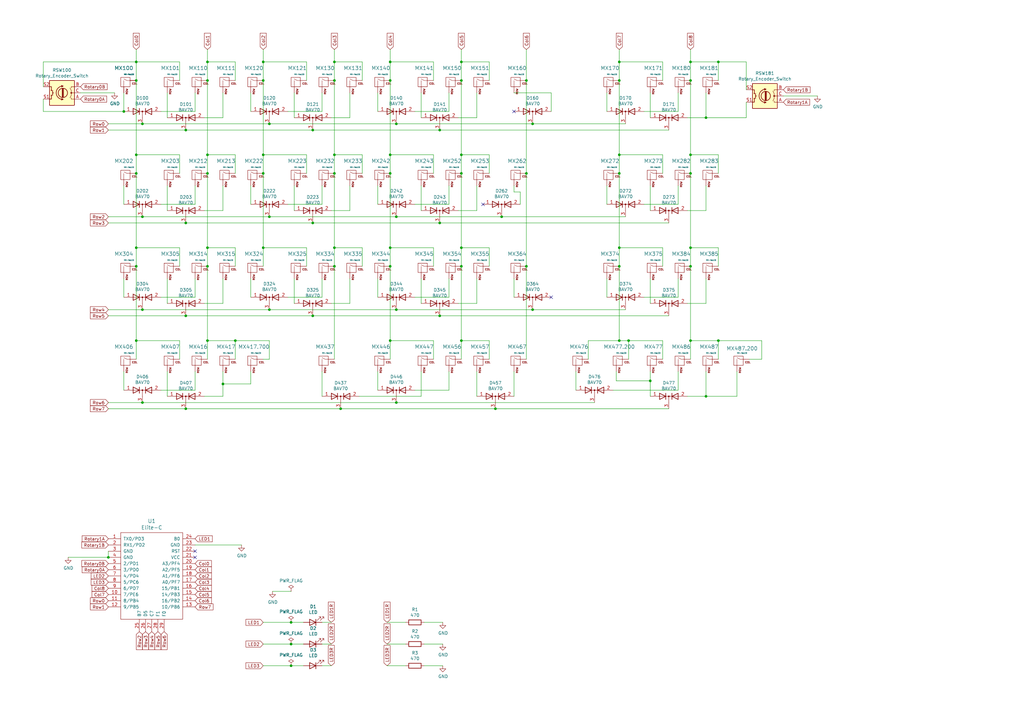
<source format=kicad_sch>
(kicad_sch (version 20211123) (generator eeschema)
  (paper "A3")
  (junction (at 254 25.4))
  (junction (at 110.49 88.9))
  (junction (at 107.95 101.6))
  (junction (at 55.88 63.5))
  (junction (at 119.38 273.05))
  (junction (at 110.49 127))
  (junction (at 283.21 139.7))
  (junction (at 294.64 25.4))
  (junction (at 85.09 63.5))
  (junction (at 160.02 71.12))
  (junction (at 85.09 109.22))
  (junction (at 189.23 71.12))
  (junction (at 137.16 109.22))
  (junction (at 91.44 157.48))
  (junction (at 203.2 167.64))
  (junction (at 189.23 33.02))
  (junction (at 162.56 50.8))
  (junction (at 107.95 63.5))
  (junction (at 119.38 264.16))
  (junction (at 160.02 139.7))
  (junction (at 257.81 139.7))
  (junction (at 85.09 33.02))
  (junction (at 218.44 127))
  (junction (at 180.34 91.44))
  (junction (at 107.95 71.12))
  (junction (at 58.42 50.8))
  (junction (at 119.38 255.27))
  (junction (at 254 139.7))
  (junction (at 215.9 71.12))
  (junction (at 283.21 71.12))
  (junction (at 85.09 25.4))
  (junction (at 160.02 63.5))
  (junction (at 189.23 25.4))
  (junction (at 218.44 50.8))
  (junction (at 215.9 109.22))
  (junction (at 137.16 25.4))
  (junction (at 85.09 71.12))
  (junction (at 55.88 139.7))
  (junction (at 50.8 45.72))
  (junction (at 107.95 33.02))
  (junction (at 162.56 88.9))
  (junction (at 189.23 63.5))
  (junction (at 55.88 101.6))
  (junction (at 58.42 127))
  (junction (at 58.42 88.9))
  (junction (at 160.02 109.22))
  (junction (at 283.21 25.4))
  (junction (at 254 101.6))
  (junction (at 283.21 101.6))
  (junction (at 254 63.5))
  (junction (at 189.23 101.6))
  (junction (at 160.02 33.02))
  (junction (at 128.27 129.54))
  (junction (at 254 71.12))
  (junction (at 137.16 101.6))
  (junction (at 137.16 71.12))
  (junction (at 55.88 109.22))
  (junction (at 205.74 88.9))
  (junction (at 289.56 48.26))
  (junction (at 55.88 25.4))
  (junction (at 44.45 228.6))
  (junction (at 160.02 101.6))
  (junction (at 215.9 33.02))
  (junction (at 294.64 139.7))
  (junction (at 283.21 63.5))
  (junction (at 180.34 129.54))
  (junction (at 76.2 91.44))
  (junction (at 110.49 50.8))
  (junction (at 283.21 33.02))
  (junction (at 55.88 71.12))
  (junction (at 76.2 129.54))
  (junction (at 128.27 91.44))
  (junction (at 160.02 25.4))
  (junction (at 76.2 167.64))
  (junction (at 289.56 162.56))
  (junction (at 254 109.22))
  (junction (at 58.42 165.1))
  (junction (at 85.09 101.6))
  (junction (at 76.2 53.34))
  (junction (at 189.23 139.7))
  (junction (at 189.23 109.22))
  (junction (at 55.88 33.02))
  (junction (at 139.7 167.64))
  (junction (at 137.16 63.5))
  (junction (at 254 33.02))
  (junction (at 180.34 53.34))
  (junction (at 137.16 33.02))
  (junction (at 128.27 53.34))
  (junction (at 107.95 25.4))
  (junction (at 283.21 109.22))
  (junction (at 266.7 156.21))
  (junction (at 162.56 165.1))
  (junction (at 162.56 127))
  (junction (at 96.52 139.7))
  (junction (at 85.09 139.7))
  (no_connect (at 226.06 121.92))
  (no_connect (at 80.01 226.06))
  (no_connect (at 80.01 228.6))
  (no_connect (at 210.82 45.72))
  (no_connect (at 198.12 83.82))
  (wire (pts (xy 85.09 33.02) (xy 85.09 63.5)))
  (wire (pts (xy 17.78 25.4) (xy 55.88 25.4)))
  (wire (pts (xy 189.23 139.7) (xy 189.23 147.32)))
  (wire (pts (xy 137.16 101.6) (xy 137.16 109.22)))
  (wire (pts (xy 91.44 124.46) (xy 83.82 124.46)))
  (wire (pts (xy 102.87 157.48) (xy 91.44 157.48)))
  (wire (pts (xy 76.2 91.44) (xy 128.27 91.44)))
  (wire (pts (xy 172.72 114.3) (xy 172.72 124.46)))
  (wire (pts (xy 256.54 50.8) (xy 218.44 50.8)))
  (wire (pts (xy 55.88 139.7) (xy 73.66 139.7)))
  (wire (pts (xy 184.15 38.1) (xy 184.15 45.72)))
  (wire (pts (xy 172.72 38.1) (xy 172.72 48.26)))
  (wire (pts (xy 283.21 139.7) (xy 283.21 147.32)))
  (wire (pts (xy 73.66 25.4) (xy 73.66 33.02)))
  (wire (pts (xy 306.07 48.26) (xy 289.56 48.26)))
  (wire (pts (xy 215.9 33.02) (xy 215.9 71.12)))
  (wire (pts (xy 160.02 33.02) (xy 160.02 63.5)))
  (wire (pts (xy 252.73 152.4) (xy 252.73 156.21)))
  (wire (pts (xy 44.45 127) (xy 58.42 127)))
  (wire (pts (xy 158.75 255.27) (xy 166.37 255.27)))
  (wire (pts (xy 172.72 162.56) (xy 147.32 162.56)))
  (wire (pts (xy 294.64 25.4) (xy 306.07 25.4)))
  (wire (pts (xy 143.51 38.1) (xy 143.51 48.26)))
  (wire (pts (xy 119.38 273.05) (xy 107.95 273.05)))
  (wire (pts (xy 80.01 152.4) (xy 80.01 160.02)))
  (wire (pts (xy 99.06 223.52) (xy 80.01 223.52)))
  (wire (pts (xy 107.95 20.32) (xy 107.95 25.4)))
  (wire (pts (xy 274.32 129.54) (xy 180.34 129.54)))
  (wire (pts (xy 189.23 101.6) (xy 189.23 109.22)))
  (wire (pts (xy 91.44 114.3) (xy 91.44 124.46)))
  (wire (pts (xy 278.13 76.2) (xy 278.13 83.82)))
  (wire (pts (xy 271.78 139.7) (xy 271.78 147.32)))
  (wire (pts (xy 180.34 91.44) (xy 128.27 91.44)))
  (wire (pts (xy 143.51 48.26) (xy 135.89 48.26)))
  (wire (pts (xy 154.94 38.1) (xy 154.94 45.72)))
  (wire (pts (xy 160.02 63.5) (xy 177.8 63.5)))
  (wire (pts (xy 289.56 162.56) (xy 281.94 162.56)))
  (wire (pts (xy 306.07 25.4) (xy 306.07 36.83)))
  (wire (pts (xy 278.13 121.92) (xy 264.16 121.92)))
  (wire (pts (xy 266.7 114.3) (xy 266.7 124.46)))
  (wire (pts (xy 107.95 63.5) (xy 107.95 71.12)))
  (wire (pts (xy 110.49 147.32) (xy 107.95 147.32)))
  (wire (pts (xy 184.15 76.2) (xy 184.15 83.82)))
  (wire (pts (xy 107.95 71.12) (xy 107.95 101.6)))
  (wire (pts (xy 283.21 101.6) (xy 294.64 101.6)))
  (wire (pts (xy 200.66 101.6) (xy 200.66 109.22)))
  (wire (pts (xy 266.7 76.2) (xy 266.7 86.36)))
  (wire (pts (xy 278.13 45.72) (xy 264.16 45.72)))
  (wire (pts (xy 96.52 101.6) (xy 96.52 109.22)))
  (wire (pts (xy 137.16 20.32) (xy 137.16 25.4)))
  (wire (pts (xy 58.42 50.8) (xy 110.49 50.8)))
  (wire (pts (xy 102.87 114.3) (xy 102.87 121.92)))
  (wire (pts (xy 80.01 45.72) (xy 66.04 45.72)))
  (wire (pts (xy 55.88 63.5) (xy 55.88 71.12)))
  (wire (pts (xy 184.15 114.3) (xy 184.15 121.92)))
  (wire (pts (xy 76.2 167.64) (xy 139.7 167.64)))
  (wire (pts (xy 85.09 25.4) (xy 85.09 33.02)))
  (wire (pts (xy 44.45 53.34) (xy 76.2 53.34)))
  (wire (pts (xy 248.92 114.3) (xy 248.92 121.92)))
  (wire (pts (xy 125.73 25.4) (xy 125.73 33.02)))
  (wire (pts (xy 271.78 63.5) (xy 271.78 71.12)))
  (wire (pts (xy 137.16 25.4) (xy 137.16 33.02)))
  (wire (pts (xy 189.23 25.4) (xy 200.66 25.4)))
  (wire (pts (xy 283.21 33.02) (xy 283.21 63.5)))
  (wire (pts (xy 184.15 83.82) (xy 170.18 83.82)))
  (wire (pts (xy 73.66 139.7) (xy 73.66 147.32)))
  (wire (pts (xy 68.58 38.1) (xy 68.58 48.26)))
  (wire (pts (xy 55.88 101.6) (xy 55.88 109.22)))
  (wire (pts (xy 321.31 39.37) (xy 335.28 39.37)))
  (wire (pts (xy 195.58 152.4) (xy 195.58 162.56)))
  (wire (pts (xy 55.88 101.6) (xy 73.66 101.6)))
  (wire (pts (xy 160.02 101.6) (xy 160.02 109.22)))
  (wire (pts (xy 58.42 127) (xy 110.49 127)))
  (wire (pts (xy 254 139.7) (xy 241.3 139.7)))
  (wire (pts (xy 177.8 101.6) (xy 177.8 109.22)))
  (wire (pts (xy 80.01 83.82) (xy 66.04 83.82)))
  (wire (pts (xy 44.45 167.64) (xy 76.2 167.64)))
  (wire (pts (xy 85.09 63.5) (xy 85.09 71.12)))
  (wire (pts (xy 120.65 76.2) (xy 120.65 86.36)))
  (wire (pts (xy 162.56 165.1) (xy 243.84 165.1)))
  (wire (pts (xy 195.58 38.1) (xy 195.58 48.26)))
  (wire (pts (xy 132.08 76.2) (xy 132.08 83.82)))
  (wire (pts (xy 137.16 63.5) (xy 148.59 63.5)))
  (wire (pts (xy 158.75 264.16) (xy 166.37 264.16)))
  (wire (pts (xy 50.8 152.4) (xy 50.8 160.02)))
  (wire (pts (xy 195.58 86.36) (xy 187.96 86.36)))
  (wire (pts (xy 148.59 63.5) (xy 148.59 71.12)))
  (wire (pts (xy 236.22 152.4) (xy 236.22 160.02)))
  (wire (pts (xy 189.23 25.4) (xy 189.23 33.02)))
  (wire (pts (xy 107.95 25.4) (xy 107.95 33.02)))
  (wire (pts (xy 55.88 20.32) (xy 55.88 25.4)))
  (wire (pts (xy 80.01 121.92) (xy 66.04 121.92)))
  (wire (pts (xy 76.2 129.54) (xy 128.27 129.54)))
  (wire (pts (xy 91.44 38.1) (xy 91.44 48.26)))
  (wire (pts (xy 85.09 71.12) (xy 85.09 101.6)))
  (wire (pts (xy 274.32 53.34) (xy 180.34 53.34)))
  (wire (pts (xy 137.16 71.12) (xy 137.16 101.6)))
  (wire (pts (xy 162.56 88.9) (xy 110.49 88.9)))
  (wire (pts (xy 85.09 109.22) (xy 85.09 139.7)))
  (wire (pts (xy 17.78 35.56) (xy 17.78 25.4)))
  (wire (pts (xy 215.9 71.12) (xy 215.9 109.22)))
  (wire (pts (xy 132.08 121.92) (xy 118.11 121.92)))
  (wire (pts (xy 283.21 139.7) (xy 294.64 139.7)))
  (wire (pts (xy 80.01 160.02) (xy 66.04 160.02)))
  (wire (pts (xy 307.34 147.32) (xy 312.42 147.32)))
  (wire (pts (xy 107.95 33.02) (xy 107.95 63.5)))
  (wire (pts (xy 278.13 114.3) (xy 278.13 121.92)))
  (wire (pts (xy 119.38 264.16) (xy 124.46 264.16)))
  (wire (pts (xy 189.23 63.5) (xy 200.66 63.5)))
  (wire (pts (xy 210.82 114.3) (xy 210.82 121.92)))
  (wire (pts (xy 184.15 160.02) (xy 170.18 160.02)))
  (wire (pts (xy 96.52 25.4) (xy 96.52 33.02)))
  (wire (pts (xy 289.56 38.1) (xy 289.56 48.26)))
  (wire (pts (xy 189.23 139.7) (xy 200.66 139.7)))
  (wire (pts (xy 120.65 114.3) (xy 120.65 124.46)))
  (wire (pts (xy 44.45 50.8) (xy 58.42 50.8)))
  (wire (pts (xy 160.02 139.7) (xy 160.02 147.32)))
  (wire (pts (xy 160.02 109.22) (xy 160.02 139.7)))
  (wire (pts (xy 50.8 38.1) (xy 50.8 45.72)))
  (wire (pts (xy 160.02 71.12) (xy 160.02 101.6)))
  (wire (pts (xy 143.51 76.2) (xy 143.51 86.36)))
  (wire (pts (xy 137.16 33.02) (xy 137.16 63.5)))
  (wire (pts (xy 254 63.5) (xy 254 71.12)))
  (wire (pts (xy 218.44 50.8) (xy 162.56 50.8)))
  (wire (pts (xy 210.82 152.4) (xy 210.82 162.56)))
  (wire (pts (xy 96.52 139.7) (xy 96.52 147.32)))
  (wire (pts (xy 44.45 88.9) (xy 58.42 88.9)))
  (wire (pts (xy 143.51 86.36) (xy 135.89 86.36)))
  (wire (pts (xy 254 101.6) (xy 254 109.22)))
  (wire (pts (xy 205.74 88.9) (xy 162.56 88.9)))
  (wire (pts (xy 85.09 20.32) (xy 85.09 25.4)))
  (wire (pts (xy 184.15 121.92) (xy 170.18 121.92)))
  (wire (pts (xy 254 63.5) (xy 271.78 63.5)))
  (wire (pts (xy 119.38 273.05) (xy 124.46 273.05)))
  (wire (pts (xy 266.7 152.4) (xy 266.7 156.21)))
  (wire (pts (xy 215.9 109.22) (xy 215.9 147.32)))
  (wire (pts (xy 189.23 109.22) (xy 189.23 139.7)))
  (wire (pts (xy 85.09 63.5) (xy 96.52 63.5)))
  (wire (pts (xy 294.64 63.5) (xy 294.64 71.12)))
  (wire (pts (xy 107.95 101.6) (xy 107.95 109.22)))
  (wire (pts (xy 154.94 114.3) (xy 154.94 121.92)))
  (wire (pts (xy 125.73 63.5) (xy 125.73 71.12)))
  (wire (pts (xy 55.88 109.22) (xy 55.88 139.7)))
  (wire (pts (xy 44.45 165.1) (xy 58.42 165.1)))
  (wire (pts (xy 125.73 101.6) (xy 125.73 109.22)))
  (wire (pts (xy 44.45 226.06) (xy 44.45 228.6)))
  (wire (pts (xy 177.8 25.4) (xy 177.8 33.02)))
  (wire (pts (xy 102.87 76.2) (xy 102.87 83.82)))
  (wire (pts (xy 213.36 78.74) (xy 213.36 83.82)))
  (wire (pts (xy 55.88 71.12) (xy 55.88 101.6)))
  (wire (pts (xy 278.13 83.82) (xy 264.16 83.82)))
  (wire (pts (xy 241.3 139.7) (xy 241.3 147.32)))
  (wire (pts (xy 252.73 156.21) (xy 266.7 156.21)))
  (wire (pts (xy 160.02 25.4) (xy 160.02 33.02)))
  (wire (pts (xy 137.16 63.5) (xy 137.16 71.12)))
  (wire (pts (xy 254 71.12) (xy 254 101.6)))
  (wire (pts (xy 85.09 101.6) (xy 96.52 101.6)))
  (wire (pts (xy 158.75 273.05) (xy 166.37 273.05)))
  (wire (pts (xy 154.94 76.2) (xy 154.94 83.82)))
  (wire (pts (xy 283.21 109.22) (xy 283.21 139.7)))
  (wire (pts (xy 289.56 114.3) (xy 289.56 124.46)))
  (wire (pts (xy 80.01 38.1) (xy 80.01 45.72)))
  (wire (pts (xy 294.64 139.7) (xy 294.64 147.32)))
  (wire (pts (xy 154.94 152.4) (xy 154.94 160.02)))
  (wire (pts (xy 132.08 38.1) (xy 132.08 45.72)))
  (wire (pts (xy 139.7 167.64) (xy 203.2 167.64)))
  (wire (pts (xy 254 109.22) (xy 254 139.7)))
  (wire (pts (xy 160.02 101.6) (xy 177.8 101.6)))
  (wire (pts (xy 91.44 48.26) (xy 83.82 48.26)))
  (wire (pts (xy 257.81 139.7) (xy 257.81 147.32)))
  (wire (pts (xy 68.58 114.3) (xy 68.58 124.46)))
  (wire (pts (xy 177.8 139.7) (xy 177.8 147.32)))
  (wire (pts (xy 102.87 152.4) (xy 102.87 157.48)))
  (wire (pts (xy 271.78 101.6) (xy 271.78 109.22)))
  (wire (pts (xy 215.9 20.32) (xy 215.9 33.02)))
  (wire (pts (xy 91.44 76.2) (xy 91.44 86.36)))
  (wire (pts (xy 85.09 139.7) (xy 96.52 139.7)))
  (wire (pts (xy 162.56 127) (xy 218.44 127)))
  (wire (pts (xy 189.23 20.32) (xy 189.23 25.4)))
  (wire (pts (xy 184.15 152.4) (xy 184.15 160.02)))
  (wire (pts (xy 148.59 101.6) (xy 148.59 109.22)))
  (wire (pts (xy 254 20.32) (xy 254 25.4)))
  (wire (pts (xy 110.49 139.7) (xy 110.49 147.32)))
  (wire (pts (xy 283.21 71.12) (xy 283.21 101.6)))
  (wire (pts (xy 107.95 264.16) (xy 119.38 264.16)))
  (wire (pts (xy 160.02 20.32) (xy 160.02 25.4)))
  (wire (pts (xy 210.82 76.2) (xy 210.82 78.74)))
  (wire (pts (xy 254 25.4) (xy 271.78 25.4)))
  (wire (pts (xy 44.45 129.54) (xy 76.2 129.54)))
  (wire (pts (xy 177.8 63.5) (xy 177.8 71.12)))
  (wire (pts (xy 173.99 264.16) (xy 181.61 264.16)))
  (wire (pts (xy 283.21 25.4) (xy 294.64 25.4)))
  (wire (pts (xy 283.21 63.5) (xy 283.21 71.12)))
  (wire (pts (xy 172.72 76.2) (xy 172.72 86.36)))
  (wire (pts (xy 180.34 53.34) (xy 128.27 53.34)))
  (wire (pts (xy 218.44 127) (xy 256.54 127)))
  (wire (pts (xy 289.56 76.2) (xy 289.56 86.36)))
  (wire (pts (xy 132.08 273.05) (xy 135.89 273.05)))
  (wire (pts (xy 248.92 76.2) (xy 248.92 83.82)))
  (wire (pts (xy 132.08 264.16) (xy 135.89 264.16)))
  (wire (pts (xy 254 139.7) (xy 257.81 139.7)))
  (wire (pts (xy 173.99 273.05) (xy 181.61 273.05)))
  (wire (pts (xy 173.99 255.27) (xy 181.61 255.27)))
  (wire (pts (xy 91.44 152.4) (xy 91.44 157.48)))
  (wire (pts (xy 76.2 53.34) (xy 128.27 53.34)))
  (wire (pts (xy 200.66 25.4) (xy 200.66 33.02)))
  (wire (pts (xy 283.21 25.4) (xy 283.21 33.02)))
  (wire (pts (xy 205.74 88.9) (xy 256.54 88.9)))
  (wire (pts (xy 50.8 76.2) (xy 50.8 83.82)))
  (wire (pts (xy 283.21 101.6) (xy 283.21 109.22)))
  (wire (pts (xy 294.64 25.4) (xy 294.64 33.02)))
  (wire (pts (xy 55.88 33.02) (xy 55.88 63.5)))
  (wire (pts (xy 132.08 83.82) (xy 118.11 83.82)))
  (wire (pts (xy 210.82 38.1) (xy 226.06 38.1)))
  (wire (pts (xy 254 25.4) (xy 254 33.02)))
  (wire (pts (xy 132.08 45.72) (xy 118.11 45.72)))
  (wire (pts (xy 294.64 101.6) (xy 294.64 109.22)))
  (wire (pts (xy 102.87 38.1) (xy 102.87 45.72)))
  (wire (pts (xy 50.8 114.3) (xy 50.8 121.92)))
  (wire (pts (xy 107.95 101.6) (xy 125.73 101.6)))
  (wire (pts (xy 55.88 139.7) (xy 55.88 147.32)))
  (wire (pts (xy 50.8 45.72) (xy 17.78 45.72)))
  (wire (pts (xy 80.01 114.3) (xy 80.01 121.92)))
  (wire (pts (xy 120.65 38.1) (xy 120.65 48.26)))
  (wire (pts (xy 180.34 129.54) (xy 128.27 129.54)))
  (wire (pts (xy 85.09 101.6) (xy 85.09 109.22)))
  (wire (pts (xy 203.2 167.64) (xy 274.32 167.64)))
  (wire (pts (xy 135.89 255.27) (xy 132.08 255.27)))
  (wire (pts (xy 271.78 25.4) (xy 271.78 33.02)))
  (wire (pts (xy 111.76 242.57) (xy 119.38 242.57)))
  (wire (pts (xy 189.23 101.6) (xy 200.66 101.6)))
  (wire (pts (xy 189.23 33.02) (xy 189.23 63.5)))
  (wire (pts (xy 306.07 41.91) (xy 306.07 48.26)))
  (wire (pts (xy 162.56 50.8) (xy 110.49 50.8)))
  (wire (pts (xy 132.08 152.4) (xy 132.08 162.56)))
  (wire (pts (xy 58.42 165.1) (xy 162.56 165.1)))
  (wire (pts (xy 257.81 139.7) (xy 271.78 139.7)))
  (wire (pts (xy 184.15 45.72) (xy 170.18 45.72)))
  (wire (pts (xy 33.02 38.1) (xy 46.99 38.1)))
  (wire (pts (xy 80.01 76.2) (xy 80.01 83.82)))
  (wire (pts (xy 68.58 152.4) (xy 68.58 162.56)))
  (wire (pts (xy 289.56 124.46) (xy 281.94 124.46)))
  (wire (pts (xy 27.94 228.6) (xy 44.45 228.6)))
  (wire (pts (xy 132.08 114.3) (xy 132.08 121.92)))
  (wire (pts (xy 68.58 76.2) (xy 68.58 86.36)))
  (wire (pts (xy 160.02 25.4) (xy 177.8 25.4)))
  (wire (pts (xy 160.02 63.5) (xy 160.02 71.12)))
  (wire (pts (xy 278.13 38.1) (xy 278.13 45.72)))
  (wire (pts (xy 148.59 25.4) (xy 148.59 33.02)))
  (wire (pts (xy 189.23 63.5) (xy 189.23 71.12)))
  (wire (pts (xy 160.02 139.7) (xy 177.8 139.7)))
  (wire (pts (xy 274.32 91.44) (xy 180.34 91.44)))
  (wire (pts (xy 137.16 101.6) (xy 148.59 101.6)))
  (wire (pts (xy 143.51 114.3) (xy 143.51 124.46)))
  (wire (pts (xy 73.66 63.5) (xy 73.66 71.12)))
  (wire (pts (xy 124.46 255.27) (xy 119.38 255.27)))
  (wire (pts (xy 251.46 160.02) (xy 278.13 160.02)))
  (wire (pts (xy 195.58 76.2) (xy 195.58 86.36)))
  (wire (pts (xy 289.56 48.26) (xy 281.94 48.26)))
  (wire (pts (xy 91.44 86.36) (xy 83.82 86.36)))
  (wire (pts (xy 254 33.02) (xy 254 63.5)))
  (wire (pts (xy 266.7 156.21) (xy 266.7 162.56)))
  (wire (pts (xy 302.26 152.4) (xy 302.26 162.56)))
  (wire (pts (xy 172.72 152.4) (xy 172.72 162.56)))
  (wire (pts (xy 254 101.6) (xy 271.78 101.6)))
  (wire (pts (xy 85.09 25.4) (xy 96.52 25.4)))
  (wire (pts (xy 137.16 25.4) (xy 148.59 25.4)))
  (wire (pts (xy 283.21 63.5) (xy 294.64 63.5)))
  (wire (pts (xy 278.13 152.4) (xy 278.13 160.02)))
  (wire (pts (xy 55.88 25.4) (xy 73.66 25.4)))
  (wire (pts (xy 195.58 48.26) (xy 187.96 48.26)))
  (wire (pts (xy 44.45 91.44) (xy 76.2 91.44)))
  (wire (pts (xy 17.78 45.72) (xy 17.78 40.64)))
  (wire (pts (xy 107.95 63.5) (xy 125.73 63.5)))
  (wire (pts (xy 96.52 139.7) (xy 110.49 139.7)))
  (wire (pts (xy 195.58 124.46) (xy 187.96 124.46)))
  (wire (pts (xy 119.38 255.27) (xy 107.95 255.27)))
  (wire (pts (xy 73.66 101.6) (xy 73.66 109.22)))
  (wire (pts (xy 226.06 38.1) (xy 226.06 45.72)))
  (wire (pts (xy 312.42 139.7) (xy 294.64 139.7)))
  (wire (pts (xy 210.82 78.74) (xy 213.36 78.74)))
  (wire (pts (xy 58.42 88.9) (xy 110.49 88.9)))
  (wire (pts (xy 55.88 63.5) (xy 73.66 63.5)))
  (wire (pts (xy 162.56 127) (xy 110.49 127)))
  (wire (pts (xy 55.88 25.4) (xy 55.88 33.02)))
  (wire (pts (xy 107.95 25.4) (xy 125.73 25.4)))
  (wire (pts (xy 248.92 38.1) (xy 248.92 45.72)))
  (wire (pts (xy 302.26 162.56) (xy 289.56 162.56)))
  (wire (pts (xy 195.58 114.3) (xy 195.58 124.46)))
  (wire (pts (xy 283.21 20.32) (xy 283.21 25.4)))
  (wire (pts (xy 85.09 139.7) (xy 85.09 147.32)))
  (wire (pts (xy 96.52 63.5) (xy 96.52 71.12)))
  (wire (pts (xy 91.44 157.48) (xy 91.44 162.56)))
  (wire (pts (xy 200.66 63.5) (xy 200.66 71.12)))
  (wire (pts (xy 200.66 139.7) (xy 200.66 147.32)))
  (wire (pts (xy 143.51 124.46) (xy 135.89 124.46)))
  (wire (pts (xy 266.7 38.1) (xy 266.7 48.26)))
  (wire (pts (xy 189.23 71.12) (xy 189.23 101.6)))
  (wire (pts (xy 91.44 162.56) (xy 83.82 162.56)))
  (wire (pts (xy 137.16 109.22) (xy 137.16 147.32)))
  (wire (pts (xy 312.42 147.32) (xy 312.42 139.7)))
  (wire (pts (xy 289.56 152.4) (xy 289.56 162.56)))
  (wire (pts (xy 289.56 86.36) (xy 281.94 86.36)))
  (global_label "Row3" (shape input) (at 44.45 91.44 180) (property "Intersheet References" "${INTERSHEET_REFS}" (effects hide)))
  (global_label "LED3" (shape input) (at 107.95 273.05 180) (property "Intersheet References" "${INTERSHEET_REFS}" (effects hide)))
  (global_label "Row5" (shape input) (at 44.45 129.54 180) (property "Intersheet References" "${INTERSHEET_REFS}" (effects hide)))
  (global_label "Col3" (shape input) (at 80.01 238.76 0) (property "Intersheet References" "${INTERSHEET_REFS}" (effects hide)))
  (global_label "LED2R" (shape input) (at 158.75 264.16 90) (property "Intersheet References" "${INTERSHEET_REFS}" (effects hide)))
  (global_label "Rotary1B" (shape input) (at 44.45 223.52 180) (property "Intersheet References" "${INTERSHEET_REFS}" (effects hide)))
  (global_label "Row1" (shape input) (at 44.45 53.34 180) (property "Intersheet References" "${INTERSHEET_REFS}" (effects hide)))
  (global_label "LED2R" (shape input) (at 135.89 264.16 90) (property "Intersheet References" "${INTERSHEET_REFS}" (effects hide)))
  (global_label "Row6" (shape input) (at 44.45 165.1 180) (property "Intersheet References" "${INTERSHEET_REFS}" (effects hide)))
  (global_label "LED1R" (shape input) (at 135.89 255.27 90) (property "Intersheet References" "${INTERSHEET_REFS}" (effects hide)))
  (global_label "Col6" (shape input) (at 80.01 246.38 0) (property "Intersheet References" "${INTERSHEET_REFS}" (effects hide)))
  (global_label "Row1" (shape input) (at 44.45 248.92 180) (property "Intersheet References" "${INTERSHEET_REFS}" (effects hide)))
  (global_label "Row0" (shape input) (at 44.45 50.8 180) (property "Intersheet References" "${INTERSHEET_REFS}" (effects hide)))
  (global_label "Row4" (shape input) (at 62.23 259.08 270) (property "Intersheet References" "${INTERSHEET_REFS}" (effects hide)))
  (global_label "Rotary0B" (shape input) (at 44.45 231.14 180) (property "Intersheet References" "${INTERSHEET_REFS}" (effects hide)))
  (global_label "Col0" (shape input) (at 55.88 20.32 90) (property "Intersheet References" "${INTERSHEET_REFS}" (effects hide)))
  (global_label "Row2" (shape input) (at 44.45 88.9 180) (property "Intersheet References" "${INTERSHEET_REFS}" (effects hide)))
  (global_label "LED1R" (shape input) (at 158.75 255.27 90) (property "Intersheet References" "${INTERSHEET_REFS}" (effects hide)))
  (global_label "Rotary1A" (shape input) (at 44.45 220.98 180) (property "Intersheet References" "${INTERSHEET_REFS}" (effects hide)))
  (global_label "Col8" (shape input) (at 283.21 20.32 90) (property "Intersheet References" "${INTERSHEET_REFS}" (effects hide)))
  (global_label "Col3" (shape input) (at 137.16 20.32 90) (property "Intersheet References" "${INTERSHEET_REFS}" (effects hide)))
  (global_label "Col7" (shape input) (at 254 20.32 90) (property "Intersheet References" "${INTERSHEET_REFS}" (effects hide)))
  (global_label "LED3" (shape input) (at 44.45 238.76 180) (property "Intersheet References" "${INTERSHEET_REFS}" (effects hide)))
  (global_label "LED1" (shape input) (at 80.01 220.98 0) (property "Intersheet References" "${INTERSHEET_REFS}" (effects hide)))
  (global_label "Col1" (shape input) (at 80.01 233.68 0) (property "Intersheet References" "${INTERSHEET_REFS}" (effects hide)))
  (global_label "Col1" (shape input) (at 85.09 20.32 90) (property "Intersheet References" "${INTERSHEET_REFS}" (effects hide)))
  (global_label "LED2" (shape input) (at 44.45 236.22 180) (property "Intersheet References" "${INTERSHEET_REFS}" (effects hide)))
  (global_label "Col5" (shape input) (at 80.01 243.84 0) (property "Intersheet References" "${INTERSHEET_REFS}" (effects hide)))
  (global_label "Row2" (shape input) (at 57.15 259.08 270) (property "Intersheet References" "${INTERSHEET_REFS}" (effects hide)))
  (global_label "LED2" (shape input) (at 107.95 264.16 180) (property "Intersheet References" "${INTERSHEET_REFS}" (effects hide)))
  (global_label "Row7" (shape input) (at 44.45 167.64 180) (property "Intersheet References" "${INTERSHEET_REFS}" (effects hide)))
  (global_label "Col2" (shape input) (at 107.95 20.32 90) (property "Intersheet References" "${INTERSHEET_REFS}" (effects hide)))
  (global_label "Col4" (shape input) (at 80.01 241.3 0) (property "Intersheet References" "${INTERSHEET_REFS}" (effects hide)))
  (global_label "Row4" (shape input) (at 44.45 127 180) (property "Intersheet References" "${INTERSHEET_REFS}" (effects hide)))
  (global_label "Row7" (shape input) (at 80.01 248.92 0) (property "Intersheet References" "${INTERSHEET_REFS}" (effects hide)))
  (global_label "Col0" (shape input) (at 80.01 231.14 0) (property "Intersheet References" "${INTERSHEET_REFS}" (effects hide)))
  (global_label "Row5" (shape input) (at 64.77 259.08 270) (property "Intersheet References" "${INTERSHEET_REFS}" (effects hide)))
  (global_label "Row0" (shape input) (at 44.45 246.38 180) (property "Intersheet References" "${INTERSHEET_REFS}" (effects hide)))
  (global_label "Rotary1B" (shape input) (at 321.31 36.83 0) (property "Intersheet References" "${INTERSHEET_REFS}" (effects hide)))
  (global_label "Row6" (shape input) (at 67.31 259.08 270) (property "Intersheet References" "${INTERSHEET_REFS}" (effects hide)))
  (global_label "Col6" (shape input) (at 215.9 20.32 90) (property "Intersheet References" "${INTERSHEET_REFS}" (effects hide)))
  (global_label "Col7" (shape input) (at 44.45 243.84 180) (property "Intersheet References" "${INTERSHEET_REFS}" (effects hide)))
  (global_label "Rotary0B" (shape input) (at 33.02 35.56 0) (property "Intersheet References" "${INTERSHEET_REFS}" (effects hide)))
  (global_label "Rotary0A" (shape input) (at 44.45 233.68 180) (property "Intersheet References" "${INTERSHEET_REFS}" (effects hide)))
  (global_label "LED1" (shape input) (at 107.95 255.27 180) (property "Intersheet References" "${INTERSHEET_REFS}" (effects hide)))
  (global_label "Col2" (shape input) (at 80.01 236.22 0) (property "Intersheet References" "${INTERSHEET_REFS}" (effects hide)))
  (global_label "Col4" (shape input) (at 160.02 20.32 90) (property "Intersheet References" "${INTERSHEET_REFS}" (effects hide)))
  (global_label "Rotary1A" (shape input) (at 321.31 41.91 0) (property "Intersheet References" "${INTERSHEET_REFS}" (effects hide)))
  (global_label "LED3R" (shape input) (at 158.75 273.05 90) (property "Intersheet References" "${INTERSHEET_REFS}" (effects hide)))
  (global_label "LED3R" (shape input) (at 135.89 273.05 90) (property "Intersheet References" "${INTERSHEET_REFS}" (effects hide)))
  (global_label "Col8" (shape input) (at 44.45 241.3 180) (property "Intersheet References" "${INTERSHEET_REFS}" (effects hide)))
  (global_label "Col5" (shape input) (at 189.23 20.32 90) (property "Intersheet References" "${INTERSHEET_REFS}" (effects hide)))
  (global_label "Rotary0A" (shape input) (at 33.02 40.64 0) (property "Intersheet References" "${INTERSHEET_REFS}" (effects hide)))
  (global_label "Row3" (shape input) (at 59.69 259.08 270) (property "Intersheet References" "${INTERSHEET_REFS}" (effects hide)))
  (symbol (lib_id "keebio:Elite-C") (at 62.23 234.95 0) (unit 1)
    (property "Reference" "U1" (at 62.23 213.6902 0) (effects (font (size 1.524 1.524))))
    (property "Value" "Elite-C" (at 62.23 216.3826 0) (effects (font (size 1.524 1.524))))
    (property "Footprint" "Keebio-Parts:Elite-C-castellated-29pin-holes" (effects hide))
  )
  (symbol (lib_id "power:GND") (at 111.76 242.57 0) (unit 1)
    (property "Reference" "#PWR0101" (effects hide))
    (property "Value" "GND" (at 111.887 246.9642 0))
  )
  (symbol (lib_id "power:PWR_FLAG") (at 119.38 242.57 0) (unit 1)
    (property "Reference" "#FLG0101" (effects hide))
    (property "Value" "PWR_FLAG" (at 119.38 238.1758 0))
  )
  (symbol (lib_id "power:PWR_FLAG") (at 119.38 255.27 0) (unit 1)
    (property "Reference" "#FLG0102" (effects hide))
    (property "Value" "PWR_FLAG" (at 119.38 250.8758 0))
  )
  (symbol (lib_id "power:PWR_FLAG") (at 119.38 264.16 0) (unit 1)
    (property "Reference" "#FLG0103" (effects hide))
    (property "Value" "PWR_FLAG" (at 119.38 259.7658 0))
  )
  (symbol (lib_id "power:PWR_FLAG") (at 119.38 273.05 0) (unit 1)
    (property "Reference" "#FLG0104" (effects hide))
    (property "Value" "PWR_FLAG" (at 119.38 268.6558 0))
  )
  (symbol (lib_id "power:GND") (at 27.94 228.6 0) (unit 1)
    (property "Reference" "#PWR0102" (effects hide))
    (property "Value" "GND" (at 28.067 232.9942 0))
  )
  (symbol (lib_id "power:GND") (at 99.06 223.52 0) (unit 1)
    (property "Reference" "#PWR0103" (effects hide))
    (property "Value" "GND" (at 99.187 227.9142 0))
  )
  (symbol (lib_id "Device:LED") (at 128.27 255.27 180) (unit 1)
    (property "Reference" "D1" (at 128.4478 248.793 0))
    (property "Value" "LED" (at 128.4478 251.1044 0))
    (property "Footprint" "LED_SMD:LED_1206_3216Metric_Pad1.42x1.75mm_HandSolder" (effects hide))
  )
  (symbol (lib_id "Device:LED") (at 128.27 264.16 180) (unit 1)
    (property "Reference" "D2" (at 128.4478 257.683 0))
    (property "Value" "LED" (at 128.4478 259.9944 0))
    (property "Footprint" "LED_SMD:LED_1206_3216Metric_Pad1.42x1.75mm_HandSolder" (effects hide))
  )
  (symbol (lib_id "Device:LED") (at 128.27 273.05 180) (unit 1)
    (property "Reference" "D3" (at 128.4478 266.573 0))
    (property "Value" "LED" (at 128.4478 268.8844 0))
    (property "Footprint" "LED_SMD:LED_1206_3216Metric_Pad1.42x1.75mm_HandSolder" (effects hide))
  )
  (symbol (lib_id "MX_Alps_Hybrid:MX-NoLED") (at 52.07 34.29 0) (unit 1)
    (property "Reference" "MX100" (at 50.8 27.94 0) (effects (font (size 1.524 1.524))))
    (property "Value" "MX-NoLED" (at 52.9082 30.5054 0) (effects (font (size 0.508 0.508))))
    (property "Footprint" "MX_Only:MXOnly-1U-NoLED" (effects hide))
  )
  (symbol (lib_id "MX_Alps_Hybrid:MX-NoLED") (at 69.85 34.29 0) (unit 1)
    (property "Reference" "MX101" (at 69.85 27.94 0) (effects (font (size 1.524 1.524))))
    (property "Value" "MX-NoLED" (at 70.6882 30.5054 0) (effects (font (size 0.508 0.508))))
    (property "Footprint" "MX_Only:MXOnly-1U-NoLED" (effects hide))
  )
  (symbol (lib_id "Diode:BAV70") (at 58.42 45.72 0) (unit 1)
    (property "Reference" "D100" (at 58.42 40.2082 0))
    (property "Value" "BAV70" (at 58.42 42.5196 0))
    (property "Footprint" "Keebio-Parts:SOT-23_Handsoldering" (effects hide))
    (property "Datasheet" "https://assets.nexperia.com/documents/data-sheet/BAV70_SER.pdf" (effects hide))
  )
  (symbol (lib_id "Diode:BAV70") (at 76.2 48.26 0) (unit 1)
    (property "Reference" "D101" (at 76.2 42.7482 0))
    (property "Value" "BAV70" (at 76.2 45.0596 0))
    (property "Footprint" "Keebio-Parts:SOT-23_Handsoldering" (effects hide))
    (property "Datasheet" "https://assets.nexperia.com/documents/data-sheet/BAV70_SER.pdf" (effects hide))
  )
  (symbol (lib_id "MX_Alps_Hybrid:MX-NoLED") (at 81.28 34.29 0) (unit 1)
    (property "Reference" "MX110" (at 81.28 27.94 0) (effects (font (size 1.524 1.524))))
    (property "Value" "MX-NoLED" (at 82.1182 30.5054 0) (effects (font (size 0.508 0.508))))
    (property "Footprint" "MX_Only:MXOnly-1U-NoLED" (effects hide))
  )
  (symbol (lib_id "MX_Alps_Hybrid:MX-NoLED") (at 92.71 34.29 0) (unit 1)
    (property "Reference" "MX111" (at 92.71 27.94 0) (effects (font (size 1.524 1.524))))
    (property "Value" "MX-NoLED" (at 93.5482 30.5054 0) (effects (font (size 0.508 0.508))))
    (property "Footprint" "MX_Only:MXOnly-1U-NoLED" (effects hide))
  )
  (symbol (lib_id "MX_Alps_Hybrid:MX-NoLED") (at 104.14 34.29 0) (unit 1)
    (property "Reference" "MX120" (at 104.14 27.94 0) (effects (font (size 1.524 1.524))))
    (property "Value" "MX-NoLED" (at 104.9782 30.5054 0) (effects (font (size 0.508 0.508))))
    (property "Footprint" "MX_Only:MXOnly-1U-NoLED" (effects hide))
  )
  (symbol (lib_id "MX_Alps_Hybrid:MX-NoLED") (at 121.92 34.29 0) (unit 1)
    (property "Reference" "MX121" (at 121.92 27.94 0) (effects (font (size 1.524 1.524))))
    (property "Value" "MX-NoLED" (at 122.7582 30.5054 0) (effects (font (size 0.508 0.508))))
    (property "Footprint" "MX_Only:MXOnly-1U-NoLED" (effects hide))
  )
  (symbol (lib_id "Diode:BAV70") (at 110.49 45.72 0) (unit 1)
    (property "Reference" "D120" (at 110.49 40.2082 0))
    (property "Value" "BAV70" (at 110.49 42.5196 0))
    (property "Footprint" "Keebio-Parts:SOT-23_Handsoldering" (effects hide))
    (property "Datasheet" "https://assets.nexperia.com/documents/data-sheet/BAV70_SER.pdf" (effects hide))
  )
  (symbol (lib_id "Diode:BAV70") (at 128.27 48.26 0) (unit 1)
    (property "Reference" "D121" (at 128.27 42.7482 0))
    (property "Value" "BAV70" (at 128.27 45.0596 0))
    (property "Footprint" "Keebio-Parts:SOT-23_Handsoldering" (effects hide))
    (property "Datasheet" "https://assets.nexperia.com/documents/data-sheet/BAV70_SER.pdf" (effects hide))
  )
  (symbol (lib_id "MX_Alps_Hybrid:MX-NoLED") (at 133.35 34.29 0) (unit 1)
    (property "Reference" "MX130" (at 133.35 27.94 0) (effects (font (size 1.524 1.524))))
    (property "Value" "MX-NoLED" (at 134.1882 30.5054 0) (effects (font (size 0.508 0.508))))
    (property "Footprint" "MX_Only:MXOnly-1U-NoLED" (effects hide))
  )
  (symbol (lib_id "MX_Alps_Hybrid:MX-NoLED") (at 144.78 34.29 0) (unit 1)
    (property "Reference" "MX131" (at 144.78 27.94 0) (effects (font (size 1.524 1.524))))
    (property "Value" "MX-NoLED" (at 145.6182 30.5054 0) (effects (font (size 0.508 0.508))))
    (property "Footprint" "MX_Only:MXOnly-1U-NoLED" (effects hide))
  )
  (symbol (lib_id "MX_Alps_Hybrid:MX-NoLED") (at 156.21 34.29 0) (unit 1)
    (property "Reference" "MX140" (at 156.21 27.94 0) (effects (font (size 1.524 1.524))))
    (property "Value" "MX-NoLED" (at 157.0482 30.5054 0) (effects (font (size 0.508 0.508))))
    (property "Footprint" "MX_Only:MXOnly-1U-NoLED" (effects hide))
  )
  (symbol (lib_id "MX_Alps_Hybrid:MX-NoLED") (at 173.99 34.29 0) (unit 1)
    (property "Reference" "MX141" (at 173.99 27.94 0) (effects (font (size 1.524 1.524))))
    (property "Value" "MX-NoLED" (at 174.8282 30.5054 0) (effects (font (size 0.508 0.508))))
    (property "Footprint" "MX_Only:MXOnly-1U-NoLED" (effects hide))
  )
  (symbol (lib_id "Diode:BAV70") (at 162.56 45.72 0) (unit 1)
    (property "Reference" "D140" (at 162.56 40.2082 0))
    (property "Value" "BAV70" (at 162.56 42.5196 0))
    (property "Footprint" "Keebio-Parts:SOT-23_Handsoldering" (effects hide))
    (property "Datasheet" "https://assets.nexperia.com/documents/data-sheet/BAV70_SER.pdf" (effects hide))
  )
  (symbol (lib_id "Diode:BAV70") (at 180.34 48.26 0) (unit 1)
    (property "Reference" "D141" (at 180.34 42.7482 0))
    (property "Value" "BAV70" (at 180.34 45.0596 0))
    (property "Footprint" "Keebio-Parts:SOT-23_Handsoldering" (effects hide))
    (property "Datasheet" "https://assets.nexperia.com/documents/data-sheet/BAV70_SER.pdf" (effects hide))
  )
  (symbol (lib_id "MX_Alps_Hybrid:MX-NoLED") (at 185.42 34.29 0) (unit 1)
    (property "Reference" "MX150" (at 185.42 27.94 0) (effects (font (size 1.524 1.524))))
    (property "Value" "MX-NoLED" (at 186.2582 30.5054 0) (effects (font (size 0.508 0.508))))
    (property "Footprint" "MX_Only:MXOnly-1U-NoLED" (effects hide))
  )
  (symbol (lib_id "MX_Alps_Hybrid:MX-NoLED") (at 196.85 34.29 0) (unit 1)
    (property "Reference" "MX151" (at 196.85 27.94 0) (effects (font (size 1.524 1.524))))
    (property "Value" "MX-NoLED" (at 197.6882 30.5054 0) (effects (font (size 0.508 0.508))))
    (property "Footprint" "MX_Only:MXOnly-1U-NoLED" (effects hide))
  )
  (symbol (lib_id "MX_Alps_Hybrid:MX-NoLED") (at 212.09 34.29 0) (unit 1)
    (property "Reference" "MX160" (at 212.09 27.94 0) (effects (font (size 1.524 1.524))))
    (property "Value" "MX-NoLED" (at 212.9282 30.5054 0) (effects (font (size 0.508 0.508))))
    (property "Footprint" "MX_Only:MXOnly-1.75U-NoLED" (effects hide))
  )
  (symbol (lib_id "Diode:BAV70") (at 218.44 45.72 0) (unit 1)
    (property "Reference" "D160" (at 218.44 40.2082 0))
    (property "Value" "BAV70" (at 218.44 42.5196 0))
    (property "Footprint" "Keebio-Parts:SOT-23_Handsoldering" (effects hide))
    (property "Datasheet" "https://assets.nexperia.com/documents/data-sheet/BAV70_SER.pdf" (effects hide))
  )
  (symbol (lib_id "MX_Alps_Hybrid:MX-NoLED") (at 250.19 34.29 0) (unit 1)
    (property "Reference" "MX170" (at 250.19 27.94 0) (effects (font (size 1.524 1.524))))
    (property "Value" "MX-NoLED" (at 251.0282 30.5054 0) (effects (font (size 0.508 0.508))))
    (property "Footprint" "MX_Only:MXOnly-1U-NoLED" (effects hide))
  )
  (symbol (lib_id "MX_Alps_Hybrid:MX-NoLED") (at 267.97 34.29 0) (unit 1)
    (property "Reference" "MX171" (at 267.97 27.94 0) (effects (font (size 1.524 1.524))))
    (property "Value" "MX-NoLED" (at 268.8082 30.5054 0) (effects (font (size 0.508 0.508))))
    (property "Footprint" "MX_Only:MXOnly-1U-NoLED" (effects hide))
  )
  (symbol (lib_id "Diode:BAV70") (at 256.54 45.72 0) (unit 1)
    (property "Reference" "D170" (at 256.54 40.2082 0))
    (property "Value" "BAV70" (at 256.54 42.5196 0))
    (property "Footprint" "Keebio-Parts:SOT-23_Handsoldering" (effects hide))
    (property "Datasheet" "https://assets.nexperia.com/documents/data-sheet/BAV70_SER.pdf" (effects hide))
  )
  (symbol (lib_id "Diode:BAV70") (at 274.32 48.26 0) (unit 1)
    (property "Reference" "D171" (at 274.32 42.7482 0))
    (property "Value" "BAV70" (at 274.32 45.0596 0))
    (property "Footprint" "Keebio-Parts:SOT-23_Handsoldering" (effects hide))
    (property "Datasheet" "https://assets.nexperia.com/documents/data-sheet/BAV70_SER.pdf" (effects hide))
  )
  (symbol (lib_id "MX_Alps_Hybrid:MX-NoLED") (at 279.4 34.29 0) (unit 1)
    (property "Reference" "MX180" (at 279.4 27.94 0) (effects (font (size 1.524 1.524))))
    (property "Value" "MX-NoLED" (at 280.2382 30.5054 0) (effects (font (size 0.508 0.508))))
    (property "Footprint" "MX_Only:MXOnly-1U-NoLED" (effects hide))
  )
  (symbol (lib_id "MX_Alps_Hybrid:MX-NoLED") (at 290.83 34.29 0) (unit 1)
    (property "Reference" "MX181" (at 290.83 27.94 0) (effects (font (size 1.524 1.524))))
    (property "Value" "MX-NoLED" (at 291.6682 30.5054 0) (effects (font (size 0.508 0.508))))
    (property "Footprint" "MX_Only:MXOnly-1U-NoLED" (effects hide))
  )
  (symbol (lib_id "MX_Alps_Hybrid:MX-NoLED") (at 52.07 72.39 0) (unit 1)
    (property "Reference" "MX202" (at 50.8 66.04 0) (effects (font (size 1.524 1.524))))
    (property "Value" "MX-NoLED" (at 52.9082 68.6054 0) (effects (font (size 0.508 0.508))))
    (property "Footprint" "MX_Only:MXOnly-1.25U-NoLED" (effects hide))
  )
  (symbol (lib_id "MX_Alps_Hybrid:MX-NoLED") (at 69.85 72.39 0) (unit 1)
    (property "Reference" "MX203" (at 69.85 66.04 0) (effects (font (size 1.524 1.524))))
    (property "Value" "MX-NoLED" (at 70.6882 68.6054 0) (effects (font (size 0.508 0.508))))
    (property "Footprint" "MX_Only:MXOnly-1U-NoLED" (effects hide))
  )
  (symbol (lib_id "Diode:BAV70") (at 58.42 83.82 0) (unit 1)
    (property "Reference" "D202" (at 58.42 78.3082 0))
    (property "Value" "BAV70" (at 58.42 80.6196 0))
    (property "Footprint" "Keebio-Parts:SOT-23_Handsoldering" (effects hide))
    (property "Datasheet" "https://assets.nexperia.com/documents/data-sheet/BAV70_SER.pdf" (effects hide))
  )
  (symbol (lib_id "Diode:BAV70") (at 76.2 86.36 0) (unit 1)
    (property "Reference" "D203" (at 76.2 80.8482 0))
    (property "Value" "BAV70" (at 76.2 83.1596 0))
    (property "Footprint" "Keebio-Parts:SOT-23_Handsoldering" (effects hide))
    (property "Datasheet" "https://assets.nexperia.com/documents/data-sheet/BAV70_SER.pdf" (effects hide))
  )
  (symbol (lib_id "MX_Alps_Hybrid:MX-NoLED") (at 81.28 72.39 0) (unit 1)
    (property "Reference" "MX212" (at 81.28 66.04 0) (effects (font (size 1.524 1.524))))
    (property "Value" "MX-NoLED" (at 82.1182 68.6054 0) (effects (font (size 0.508 0.508))))
    (property "Footprint" "MX_Only:MXOnly-1U-NoLED" (effects hide))
  )
  (symbol (lib_id "MX_Alps_Hybrid:MX-NoLED") (at 92.71 72.39 0) (unit 1)
    (property "Reference" "MX213" (at 92.71 66.04 0) (effects (font (size 1.524 1.524))))
    (property "Value" "MX-NoLED" (at 93.5482 68.6054 0) (effects (font (size 0.508 0.508))))
    (property "Footprint" "MX_Only:MXOnly-1U-NoLED" (effects hide))
  )
  (symbol (lib_id "MX_Alps_Hybrid:MX-NoLED") (at 104.14 72.39 0) (unit 1)
    (property "Reference" "MX222" (at 104.14 66.04 0) (effects (font (size 1.524 1.524))))
    (property "Value" "MX-NoLED" (at 104.9782 68.6054 0) (effects (font (size 0.508 0.508))))
    (property "Footprint" "MX_Only:MXOnly-1U-NoLED" (effects hide))
  )
  (symbol (lib_id "MX_Alps_Hybrid:MX-NoLED") (at 121.92 72.39 0) (unit 1)
    (property "Reference" "MX223" (at 121.92 66.04 0) (effects (font (size 1.524 1.524))))
    (property "Value" "MX-NoLED" (at 122.7582 68.6054 0) (effects (font (size 0.508 0.508))))
    (property "Footprint" "MX_Only:MXOnly-1U-NoLED" (effects hide))
  )
  (symbol (lib_id "Diode:BAV70") (at 110.49 83.82 0) (unit 1)
    (property "Reference" "D222" (at 110.49 78.3082 0))
    (property "Value" "BAV70" (at 110.49 80.6196 0))
    (property "Footprint" "Keebio-Parts:SOT-23_Handsoldering" (effects hide))
    (property "Datasheet" "https://assets.nexperia.com/documents/data-sheet/BAV70_SER.pdf" (effects hide))
  )
  (symbol (lib_id "Diode:BAV70") (at 128.27 86.36 0) (unit 1)
    (property "Reference" "D223" (at 128.27 80.8482 0))
    (property "Value" "BAV70" (at 128.27 83.1596 0))
    (property "Footprint" "Keebio-Parts:SOT-23_Handsoldering" (effects hide))
    (property "Datasheet" "https://assets.nexperia.com/documents/data-sheet/BAV70_SER.pdf" (effects hide))
  )
  (symbol (lib_id "MX_Alps_Hybrid:MX-NoLED") (at 133.35 72.39 0) (unit 1)
    (property "Reference" "MX232" (at 133.35 66.04 0) (effects (font (size 1.524 1.524))))
    (property "Value" "MX-NoLED" (at 134.1882 68.6054 0) (effects (font (size 0.508 0.508))))
    (property "Footprint" "MX_Only:MXOnly-1U-NoLED" (effects hide))
  )
  (symbol (lib_id "MX_Alps_Hybrid:MX-NoLED") (at 144.78 72.39 0) (unit 1)
    (property "Reference" "MX233" (at 144.78 66.04 0) (effects (font (size 1.524 1.524))))
    (property "Value" "MX-NoLED" (at 145.6182 68.6054 0) (effects (font (size 0.508 0.508))))
    (property "Footprint" "MX_Only:MXOnly-1U-NoLED" (effects hide))
  )
  (symbol (lib_id "MX_Alps_Hybrid:MX-NoLED") (at 156.21 72.39 0) (unit 1)
    (property "Reference" "MX242" (at 156.21 66.04 0) (effects (font (size 1.524 1.524))))
    (property "Value" "MX-NoLED" (at 157.0482 68.6054 0) (effects (font (size 0.508 0.508))))
    (property "Footprint" "MX_Only:MXOnly-1U-NoLED" (effects hide))
  )
  (symbol (lib_id "MX_Alps_Hybrid:MX-NoLED") (at 173.99 72.39 0) (unit 1)
    (property "Reference" "MX243" (at 173.99 66.04 0) (effects (font (size 1.524 1.524))))
    (property "Value" "MX-NoLED" (at 174.8282 68.6054 0) (effects (font (size 0.508 0.508))))
    (property "Footprint" "MX_Only:MXOnly-1U-NoLED" (effects hide))
  )
  (symbol (lib_id "Diode:BAV70") (at 162.56 83.82 0) (unit 1)
    (property "Reference" "D242" (at 162.56 78.3082 0))
    (property "Value" "BAV70" (at 162.56 80.6196 0))
    (property "Footprint" "Keebio-Parts:SOT-23_Handsoldering" (effects hide))
    (property "Datasheet" "https://assets.nexperia.com/documents/data-sheet/BAV70_SER.pdf" (effects hide))
  )
  (symbol (lib_id "Diode:BAV70") (at 180.34 86.36 0) (unit 1)
    (property "Reference" "D243" (at 180.34 80.8482 0))
    (property "Value" "BAV70" (at 180.34 83.1596 0))
    (property "Footprint" "Keebio-Parts:SOT-23_Handsoldering" (effects hide))
    (property "Datasheet" "https://assets.nexperia.com/documents/data-sheet/BAV70_SER.pdf" (effects hide))
  )
  (symbol (lib_id "MX_Alps_Hybrid:MX-NoLED") (at 185.42 72.39 0) (unit 1)
    (property "Reference" "MX252" (at 185.42 66.04 0) (effects (font (size 1.524 1.524))))
    (property "Value" "MX-NoLED" (at 186.2582 68.6054 0) (effects (font (size 0.508 0.508))))
    (property "Footprint" "MX_Only:MXOnly-1U-NoLED" (effects hide))
  )
  (symbol (lib_id "MX_Alps_Hybrid:MX-NoLED") (at 196.85 72.39 0) (unit 1)
    (property "Reference" "MX253" (at 196.85 66.04 0) (effects (font (size 1.524 1.524))))
    (property "Value" "MX-NoLED" (at 197.6882 68.6054 0) (effects (font (size 0.508 0.508))))
    (property "Footprint" "MX_Only:MXOnly-1U-NoLED" (effects hide))
  )
  (symbol (lib_id "MX_Alps_Hybrid:MX-NoLED") (at 212.09 72.39 0) (unit 1)
    (property "Reference" "MX262" (at 212.09 66.04 0) (effects (font (size 1.524 1.524))))
    (property "Value" "MX-NoLED" (at 212.9282 68.6054 0) (effects (font (size 0.508 0.508))))
    (property "Footprint" "MX_Only:MXOnly-1.5U-NoLED" (effects hide))
  )
  (symbol (lib_id "Diode:BAV70") (at 205.74 83.82 0) (unit 1)
    (property "Reference" "D262" (at 205.74 78.3082 0))
    (property "Value" "BAV70" (at 205.74 80.6196 0))
    (property "Footprint" "Keebio-Parts:SOT-23_Handsoldering" (effects hide))
    (property "Datasheet" "https://assets.nexperia.com/documents/data-sheet/BAV70_SER.pdf" (effects hide))
  )
  (symbol (lib_id "MX_Alps_Hybrid:MX-NoLED") (at 250.19 72.39 0) (unit 1)
    (property "Reference" "MX272" (at 250.19 66.04 0) (effects (font (size 1.524 1.524))))
    (property "Value" "MX-NoLED" (at 251.0282 68.6054 0) (effects (font (size 0.508 0.508))))
    (property "Footprint" "MX_Only:MXOnly-1U-NoLED" (effects hide))
  )
  (symbol (lib_id "MX_Alps_Hybrid:MX-NoLED") (at 267.97 72.39 0) (unit 1)
    (property "Reference" "MX273" (at 267.97 66.04 0) (effects (font (size 1.524 1.524))))
    (property "Value" "MX-NoLED" (at 268.8082 68.6054 0) (effects (font (size 0.508 0.508))))
    (property "Footprint" "MX_Only:MXOnly-1U-NoLED" (effects hide))
  )
  (symbol (lib_id "Diode:BAV70") (at 256.54 83.82 0) (unit 1)
    (property "Reference" "D272" (at 256.54 78.3082 0))
    (property "Value" "BAV70" (at 256.54 80.6196 0))
    (property "Footprint" "Keebio-Parts:SOT-23_Handsoldering" (effects hide))
    (property "Datasheet" "https://assets.nexperia.com/documents/data-sheet/BAV70_SER.pdf" (effects hide))
  )
  (symbol (lib_id "Diode:BAV70") (at 274.32 86.36 0) (unit 1)
    (property "Reference" "D273" (at 274.32 80.8482 0))
    (property "Value" "BAV70" (at 274.32 83.1596 0))
    (property "Footprint" "Keebio-Parts:SOT-23_Handsoldering" (effects hide))
    (property "Datasheet" "https://assets.nexperia.com/documents/data-sheet/BAV70_SER.pdf" (effects hide))
  )
  (symbol (lib_id "MX_Alps_Hybrid:MX-NoLED") (at 279.4 72.39 0) (unit 1)
    (property "Reference" "MX282" (at 279.4 66.04 0) (effects (font (size 1.524 1.524))))
    (property "Value" "MX-NoLED" (at 280.2382 68.6054 0) (effects (font (size 0.508 0.508))))
    (property "Footprint" "MX_Only:MXOnly-1U-NoLED" (effects hide))
  )
  (symbol (lib_id "MX_Alps_Hybrid:MX-NoLED") (at 290.83 72.39 0) (unit 1)
    (property "Reference" "MX283" (at 290.83 66.04 0) (effects (font (size 1.524 1.524))))
    (property "Value" "MX-NoLED" (at 291.6682 68.6054 0) (effects (font (size 0.508 0.508))))
    (property "Footprint" "MX_Only:MXOnly-1U-NoLED" (effects hide))
  )
  (symbol (lib_id "MX_Alps_Hybrid:MX-NoLED") (at 52.07 110.49 0) (unit 1)
    (property "Reference" "MX304" (at 50.8 104.14 0) (effects (font (size 1.524 1.524))))
    (property "Value" "MX-NoLED" (at 52.9082 106.7054 0) (effects (font (size 0.508 0.508))))
    (property "Footprint" "MX_Only:MXOnly-1.75U-NoLED" (effects hide))
  )
  (symbol (lib_id "MX_Alps_Hybrid:MX-NoLED") (at 69.85 110.49 0) (unit 1)
    (property "Reference" "MX305" (at 69.85 104.14 0) (effects (font (size 1.524 1.524))))
    (property "Value" "MX-NoLED" (at 70.6882 106.7054 0) (effects (font (size 0.508 0.508))))
    (property "Footprint" "MX_Only:MXOnly-1U-NoLED" (effects hide))
  )
  (symbol (lib_id "Diode:BAV70") (at 58.42 121.92 0) (unit 1)
    (property "Reference" "D304" (at 58.42 116.4082 0))
    (property "Value" "BAV70" (at 58.42 118.7196 0))
    (property "Footprint" "Keebio-Parts:SOT-23_Handsoldering" (effects hide))
    (property "Datasheet" "https://assets.nexperia.com/documents/data-sheet/BAV70_SER.pdf" (effects hide))
  )
  (symbol (lib_id "Diode:BAV70") (at 76.2 124.46 0) (unit 1)
    (property "Reference" "D305" (at 76.2 118.9482 0))
    (property "Value" "BAV70" (at 76.2 121.2596 0))
    (property "Footprint" "Keebio-Parts:SOT-23_Handsoldering" (effects hide))
    (property "Datasheet" "https://assets.nexperia.com/documents/data-sheet/BAV70_SER.pdf" (effects hide))
  )
  (symbol (lib_id "MX_Alps_Hybrid:MX-NoLED") (at 81.28 110.49 0) (unit 1)
    (property "Reference" "MX314" (at 81.28 104.14 0) (effects (font (size 1.524 1.524))))
    (property "Value" "MX-NoLED" (at 82.1182 106.7054 0) (effects (font (size 0.508 0.508))))
    (property "Footprint" "MX_Only:MXOnly-1U-NoLED" (effects hide))
  )
  (symbol (lib_id "MX_Alps_Hybrid:MX-NoLED") (at 92.71 110.49 0) (unit 1)
    (property "Reference" "MX315" (at 92.71 104.14 0) (effects (font (size 1.524 1.524))))
    (property "Value" "MX-NoLED" (at 93.5482 106.7054 0) (effects (font (size 0.508 0.508))))
    (property "Footprint" "MX_Only:MXOnly-1U-NoLED" (effects hide))
  )
  (symbol (lib_id "MX_Alps_Hybrid:MX-NoLED") (at 104.14 110.49 0) (unit 1)
    (property "Reference" "MX324" (at 104.14 104.14 0) (effects (font (size 1.524 1.524))))
    (property "Value" "MX-NoLED" (at 104.9782 106.7054 0) (effects (font (size 0.508 0.508))))
    (property "Footprint" "MX_Only:MXOnly-1U-NoLED" (effects hide))
  )
  (symbol (lib_id "MX_Alps_Hybrid:MX-NoLED") (at 121.92 110.49 0) (unit 1)
    (property "Reference" "MX325" (at 121.92 104.14 0) (effects (font (size 1.524 1.524))))
    (property "Value" "MX-NoLED" (at 122.7582 106.7054 0) (effects (font (size 0.508 0.508))))
    (property "Footprint" "MX_Only:MXOnly-1U-NoLED" (effects hide))
  )
  (symbol (lib_id "Diode:BAV70") (at 110.49 121.92 0) (unit 1)
    (property "Reference" "D324" (at 110.49 116.4082 0))
    (property "Value" "BAV70" (at 110.49 118.7196 0))
    (property "Footprint" "Keebio-Parts:SOT-23_Handsoldering" (effects hide))
    (property "Datasheet" "https://assets.nexperia.com/documents/data-sheet/BAV70_SER.pdf" (effects hide))
  )
  (symbol (lib_id "Diode:BAV70") (at 128.27 124.46 0) (unit 1)
    (property "Reference" "D325" (at 128.27 118.9482 0))
    (property "Value" "BAV70" (at 128.27 121.2596 0))
    (property "Footprint" "Keebio-Parts:SOT-23_Handsoldering" (effects hide))
    (property "Datasheet" "https://assets.nexperia.com/documents/data-sheet/BAV70_SER.pdf" (effects hide))
  )
  (symbol (lib_id "MX_Alps_Hybrid:MX-NoLED") (at 133.35 110.49 0) (unit 1)
    (property "Reference" "MX334" (at 133.35 104.14 0) (effects (font (size 1.524 1.524))))
    (property "Value" "MX-NoLED" (at 134.1882 106.7054 0) (effects (font (size 0.508 0.508))))
    (property "Footprint" "MX_Only:MXOnly-1U-NoLED" (effects hide))
  )
  (symbol (lib_id "MX_Alps_Hybrid:MX-NoLED") (at 144.78 110.49 0) (unit 1)
    (property "Reference" "MX335" (at 144.78 104.14 0) (effects (font (size 1.524 1.524))))
    (property "Value" "MX-NoLED" (at 145.6182 106.7054 0) (effects (font (size 0.508 0.508))))
    (property "Footprint" "MX_Only:MXOnly-1U-NoLED" (effects hide))
  )
  (symbol (lib_id "MX_Alps_Hybrid:MX-NoLED") (at 156.21 110.49 0) (unit 1)
    (property "Reference" "MX344" (at 156.21 104.14 0) (effects (font (size 1.524 1.524))))
    (property "Value" "MX-NoLED" (at 157.0482 106.7054 0) (effects (font (size 0.508 0.508))))
    (property "Footprint" "MX_Only:MXOnly-1U-NoLED" (effects hide))
  )
  (symbol (lib_id "MX_Alps_Hybrid:MX-NoLED") (at 173.99 110.49 0) (unit 1)
    (property "Reference" "MX345" (at 173.99 104.14 0) (effects (font (size 1.524 1.524))))
    (property "Value" "MX-NoLED" (at 174.8282 106.7054 0) (effects (font (size 0.508 0.508))))
    (property "Footprint" "MX_Only:MXOnly-1U-NoLED" (effects hide))
  )
  (symbol (lib_id "Diode:BAV70") (at 162.56 121.92 0) (unit 1)
    (property "Reference" "D344" (at 162.56 116.4082 0))
    (property "Value" "BAV70" (at 162.56 118.7196 0))
    (property "Footprint" "Keebio-Parts:SOT-23_Handsoldering" (effects hide))
    (property "Datasheet" "https://assets.nexperia.com/documents/data-sheet/BAV70_SER.pdf" (effects hide))
  )
  (symbol (lib_id "Diode:BAV70") (at 180.34 124.46 0) (unit 1)
    (property "Reference" "D345" (at 180.34 118.9482 0))
    (property "Value" "BAV70" (at 180.34 121.2596 0))
    (property "Footprint" "Keebio-Parts:SOT-23_Handsoldering" (effects hide))
    (property "Datasheet" "https://assets.nexperia.com/documents/data-sheet/BAV70_SER.pdf" (effects hide))
  )
  (symbol (lib_id "MX_Alps_Hybrid:MX-NoLED") (at 185.42 110.49 0) (unit 1)
    (property "Reference" "MX354" (at 185.42 104.14 0) (effects (font (size 1.524 1.524))))
    (property "Value" "MX-NoLED" (at 186.2582 106.7054 0) (effects (font (size 0.508 0.508))))
    (property "Footprint" "MX_Only:MXOnly-1U-NoLED" (effects hide))
  )
  (symbol (lib_id "MX_Alps_Hybrid:MX-NoLED") (at 196.85 110.49 0) (unit 1)
    (property "Reference" "MX355" (at 196.85 104.14 0) (effects (font (size 1.524 1.524))))
    (property "Value" "MX-NoLED" (at 197.6882 106.7054 0) (effects (font (size 0.508 0.508))))
    (property "Footprint" "MX_Only:MXOnly-1.25U-NoLED" (effects hide))
  )
  (symbol (lib_id "MX_Alps_Hybrid:MX-NoLED") (at 212.09 110.49 0) (unit 1)
    (property "Reference" "MX364" (at 212.09 104.14 0) (effects (font (size 1.524 1.524))))
    (property "Value" "MX-NoLED" (at 212.9282 106.7054 0) (effects (font (size 0.508 0.508))))
    (property "Footprint" "MX_Only:MXOnly-1U-NoLED" (effects hide))
  )
  (symbol (lib_id "Diode:BAV70") (at 218.44 121.92 0) (unit 1)
    (property "Reference" "D364" (at 218.44 116.4082 0))
    (property "Value" "BAV70" (at 218.44 118.7196 0))
    (property "Footprint" "Keebio-Parts:SOT-23_Handsoldering" (effects hide))
    (property "Datasheet" "https://assets.nexperia.com/documents/data-sheet/BAV70_SER.pdf" (effects hide))
  )
  (symbol (lib_id "MX_Alps_Hybrid:MX-NoLED") (at 250.19 110.49 0) (unit 1)
    (property "Reference" "MX374" (at 250.19 104.14 0) (effects (font (size 1.524 1.524))))
    (property "Value" "MX-NoLED" (at 251.0282 106.7054 0) (effects (font (size 0.508 0.508))))
    (property "Footprint" "MX_Only:MXOnly-1U-NoLED" (effects hide))
  )
  (symbol (lib_id "MX_Alps_Hybrid:MX-NoLED") (at 267.97 110.49 0) (unit 1)
    (property "Reference" "MX375" (at 267.97 104.14 0) (effects (font (size 1.524 1.524))))
    (property "Value" "MX-NoLED" (at 268.8082 106.7054 0) (effects (font (size 0.508 0.508))))
    (property "Footprint" "MX_Only:MXOnly-1U-NoLED" (effects hide))
  )
  (symbol (lib_id "Diode:BAV70") (at 256.54 121.92 0) (unit 1)
    (property "Reference" "D374" (at 256.54 116.4082 0))
    (property "Value" "BAV70" (at 256.54 118.7196 0))
    (property "Footprint" "Keebio-Parts:SOT-23_Handsoldering" (effects hide))
    (property "Datasheet" "https://assets.nexperia.com/documents/data-sheet/BAV70_SER.pdf" (effects hide))
  )
  (symbol (lib_id "Diode:BAV70") (at 274.32 124.46 0) (unit 1)
    (property "Reference" "D375" (at 274.32 118.9482 0))
    (property "Value" "BAV70" (at 274.32 121.2596 0))
    (property "Footprint" "Keebio-Parts:SOT-23_Handsoldering" (effects hide))
    (property "Datasheet" "https://assets.nexperia.com/documents/data-sheet/BAV70_SER.pdf" (effects hide))
  )
  (symbol (lib_id "MX_Alps_Hybrid:MX-NoLED") (at 279.4 110.49 0) (unit 1)
    (property "Reference" "MX384" (at 279.4 104.14 0) (effects (font (size 1.524 1.524))))
    (property "Value" "MX-NoLED" (at 280.2382 106.7054 0) (effects (font (size 0.508 0.508))))
    (property "Footprint" "MX_Only:MXOnly-1U-NoLED" (effects hide))
  )
  (symbol (lib_id "MX_Alps_Hybrid:MX-NoLED") (at 290.83 110.49 0) (unit 1)
    (property "Reference" "MX385" (at 290.83 104.14 0) (effects (font (size 1.524 1.524))))
    (property "Value" "MX-NoLED" (at 291.6682 106.7054 0) (effects (font (size 0.508 0.508))))
    (property "Footprint" "MX_Only:MXOnly-1U-NoLED" (effects hide))
  )
  (symbol (lib_id "MX_Alps_Hybrid:MX-NoLED") (at 52.07 148.59 0) (unit 1)
    (property "Reference" "MX406" (at 50.8 142.24 0) (effects (font (size 1.524 1.524))))
    (property "Value" "MX-NoLED" (at 52.9082 144.8054 0) (effects (font (size 0.508 0.508))))
    (property "Footprint" "MX_Only:MXOnly-1.25U-NoLED" (effects hide))
  )
  (symbol (lib_id "MX_Alps_Hybrid:MX-NoLED") (at 69.85 148.59 0) (unit 1)
    (property "Reference" "MX407" (at 69.85 142.24 0) (effects (font (size 1.524 1.524))))
    (property "Value" "MX-NoLED" (at 70.6882 144.8054 0) (effects (font (size 0.508 0.508))))
    (property "Footprint" "MX_Only:MXOnly-1.25U-NoLED" (effects hide))
  )
  (symbol (lib_id "Diode:BAV70") (at 58.42 160.02 0) (unit 1)
    (property "Reference" "D406" (at 58.42 154.5082 0))
    (property "Value" "BAV70" (at 58.42 156.8196 0))
    (property "Footprint" "Keebio-Parts:SOT-23_Handsoldering" (effects hide))
    (property "Datasheet" "https://assets.nexperia.com/documents/data-sheet/BAV70_SER.pdf" (effects hide))
  )
  (symbol (lib_id "Diode:BAV70") (at 76.2 162.56 0) (unit 1)
    (property "Reference" "D407" (at 76.2 157.0482 0))
    (property "Value" "BAV70" (at 76.2 159.3596 0))
    (property "Footprint" "Keebio-Parts:SOT-23_Handsoldering" (effects hide))
    (property "Datasheet" "https://assets.nexperia.com/documents/data-sheet/BAV70_SER.pdf" (effects hide))
  )
  (symbol (lib_id "MX_Alps_Hybrid:MX-NoLED") (at 81.28 148.59 0) (unit 1)
    (property "Reference" "MX416" (at 81.28 142.24 0) (effects (font (size 1.524 1.524))))
    (property "Value" "MX-NoLED" (at 82.1182 144.8054 0) (effects (font (size 0.508 0.508))))
    (property "Footprint" "MX_Only:MXOnly-1U-NoLED" (effects hide))
  )
  (symbol (lib_id "MX_Alps_Hybrid:MX-NoLED") (at 92.71 148.59 0) (unit 1)
    (property "Reference" "MX417" (at 92.71 142.24 0) (effects (font (size 1.524 1.524))))
    (property "Value" "MX-NoLED" (at 93.5482 144.8054 0) (effects (font (size 0.508 0.508))))
    (property "Footprint" "MX_Only:MXOnly-2.75U-ReversedStabilizers-NoLED" (effects hide))
  )
  (symbol (lib_id "Diode:BAV70") (at 139.7 162.56 0) (unit 1)
    (property "Reference" "D437" (at 139.7 157.0482 0))
    (property "Value" "BAV70" (at 139.7 159.3596 0))
    (property "Footprint" "Keebio-Parts:SOT-23_Handsoldering" (effects hide))
    (property "Datasheet" "https://assets.nexperia.com/documents/data-sheet/BAV70_SER.pdf" (effects hide))
  )
  (symbol (lib_id "MX_Alps_Hybrid:MX-NoLED") (at 133.35 148.59 0) (unit 1)
    (property "Reference" "MX437" (at 133.35 142.24 0) (effects (font (size 1.524 1.524))))
    (property "Value" "MX-NoLED" (at 134.1882 144.8054 0) (effects (font (size 0.508 0.508))))
    (property "Footprint" "MX_Only:MXOnly-2.25U-ReversedStabilizers-NoLED" (effects hide))
  )
  (symbol (lib_id "MX_Alps_Hybrid:MX-NoLED") (at 156.21 148.59 0) (unit 1)
    (property "Reference" "MX446" (at 156.21 142.24 0) (effects (font (size 1.524 1.524))))
    (property "Value" "MX-NoLED" (at 157.0482 144.8054 0) (effects (font (size 0.508 0.508))))
    (property "Footprint" "MX_Only:MXOnly-1U-NoLED" (effects hide))
  )
  (symbol (lib_id "MX_Alps_Hybrid:MX-NoLED") (at 173.99 148.59 0) (unit 1)
    (property "Reference" "MX447" (at 173.99 142.24 0) (effects (font (size 1.524 1.524))))
    (property "Value" "MX-NoLED" (at 174.8282 144.8054 0) (effects (font (size 0.508 0.508))))
    (property "Footprint" "MX_Only:MXOnly-1.25U-NoLED" (effects hide))
  )
  (symbol (lib_id "Diode:BAV70") (at 162.56 160.02 0) (unit 1)
    (property "Reference" "D446" (at 162.56 154.5082 0))
    (property "Value" "BAV70" (at 162.56 156.8196 0))
    (property "Footprint" "Keebio-Parts:SOT-23_Handsoldering" (effects hide))
    (property "Datasheet" "https://assets.nexperia.com/documents/data-sheet/BAV70_SER.pdf" (effects hide))
  )
  (symbol (lib_id "MX_Alps_Hybrid:MX-NoLED") (at 185.42 148.59 0) (unit 1)
    (property "Reference" "MX456" (at 185.42 142.24 0) (effects (font (size 1.524 1.524))))
    (property "Value" "MX-NoLED" (at 186.2582 144.8054 0) (effects (font (size 0.508 0.508))))
    (property "Footprint" "MX_Only:MXOnly-1.25U-NoLED" (effects hide))
  )
  (symbol (lib_id "MX_Alps_Hybrid:MX-NoLED") (at 196.85 148.59 0) (unit 1)
    (property "Reference" "MX457" (at 196.85 142.24 0) (effects (font (size 1.524 1.524))))
    (property "Value" "MX-NoLED" (at 197.6882 144.8054 0) (effects (font (size 0.508 0.508))))
    (property "Footprint" "MX_Only:MXOnly-1U-NoLED" (effects hide))
  )
  (symbol (lib_id "MX_Alps_Hybrid:MX-NoLED") (at 212.09 148.59 0) (unit 1)
    (property "Reference" "MX467" (at 212.09 142.24 0) (effects (font (size 1.524 1.524))))
    (property "Value" "MX-NoLED" (at 212.9282 144.8054 0) (effects (font (size 0.508 0.508))))
    (property "Footprint" "MX_Only:MXOnly-1U-NoLED" (effects hide))
  )
  (symbol (lib_id "Diode:BAV70") (at 203.2 162.56 0) (unit 1)
    (property "Reference" "D457" (at 203.2 157.0482 0))
    (property "Value" "BAV70" (at 203.2 159.3596 0))
    (property "Footprint" "Keebio-Parts:SOT-23_Handsoldering" (effects hide))
    (property "Datasheet" "https://assets.nexperia.com/documents/data-sheet/BAV70_SER.pdf" (effects hide))
  )
  (symbol (lib_id "MX_Alps_Hybrid:MX-NoLED") (at 237.49 148.59 0) (unit 1)
    (property "Reference" "MX476" (at 237.49 142.24 0) (effects (font (size 1.524 1.524))))
    (property "Value" "MX-NoLED" (at 238.3282 144.8054 0) (effects (font (size 0.508 0.508))))
    (property "Footprint" "MX_Only:MXOnly-1U-NoLED" (effects hide))
  )
  (symbol (lib_id "MX_Alps_Hybrid:MX-NoLED") (at 267.97 148.59 0) (unit 1)
    (property "Reference" "MX477" (at 267.97 142.24 0) (effects (font (size 1.524 1.524))))
    (property "Value" "MX-NoLED" (at 268.8082 144.8054 0) (effects (font (size 0.508 0.508))))
    (property "Footprint" "MX_Only:MXOnly-1U-NoLED" (effects hide))
  )
  (symbol (lib_id "Diode:BAV70") (at 243.84 160.02 0) (unit 1)
    (property "Reference" "D476" (at 243.84 154.5082 0))
    (property "Value" "BAV70" (at 243.84 156.8196 0))
    (property "Footprint" "Keebio-Parts:SOT-23_Handsoldering" (effects hide))
    (property "Datasheet" "https://assets.nexperia.com/documents/data-sheet/BAV70_SER.pdf" (effects hide))
  )
  (symbol (lib_id "Diode:BAV70") (at 274.32 162.56 0) (unit 1)
    (property "Reference" "D477" (at 274.32 157.0482 0))
    (property "Value" "BAV70" (at 274.32 159.3596 0))
    (property "Footprint" "Keebio-Parts:SOT-23_Handsoldering" (effects hide))
    (property "Datasheet" "https://assets.nexperia.com/documents/data-sheet/BAV70_SER.pdf" (effects hide))
  )
  (symbol (lib_id "MX_Alps_Hybrid:MX-NoLED") (at 279.4 148.59 0) (unit 1)
    (property "Reference" "MX486" (at 279.4 142.24 0) (effects (font (size 1.524 1.524))))
    (property "Value" "MX-NoLED" (at 280.2382 144.8054 0) (effects (font (size 0.508 0.508))))
    (property "Footprint" "MX_Only:MXOnly-1U-NoLED" (effects hide))
  )
  (symbol (lib_id "MX_Alps_Hybrid:MX-NoLED") (at 290.83 148.59 0) (unit 1)
    (property "Reference" "MX487" (at 290.83 142.24 0) (effects (font (size 1.524 1.524))))
    (property "Value" "MX-NoLED" (at 291.6682 144.8054 0) (effects (font (size 0.508 0.508))))
    (property "Footprint" "MX_Only:MXOnly-1U-NoLED" (effects hide))
  )
  (symbol (lib_id "MX_Alps_Hybrid:MX-NoLED") (at 303.53 148.59 0) (unit 1)
    (property "Reference" "MX487.200" (at 304.3682 142.9258 0) (effects (font (size 1.524 1.524))))
    (property "Value" "MX-NoLED" (at 304.3682 144.8054 0) (effects (font (size 0.508 0.508))))
    (property "Footprint" "MX_Only:MXOnly-2U-NoLED" (effects hide))
  )
  (symbol (lib_id "MX_Alps_Hybrid:MX-NoLED") (at 104.14 148.59 0) (unit 1)
    (property "Reference" "MX417.700" (at 104.14 142.24 0) (effects (font (size 1.524 1.524))))
    (property "Value" "MX-NoLED" (at 104.9782 144.8054 0) (effects (font (size 0.508 0.508))))
    (property "Footprint" "MX_Only:MXOnly-7U-ReversedStabilizers-NoLED" (effects hide))
  )
  (symbol (lib_id "MX_Alps_Hybrid:MX-NoLED") (at 254 148.59 0) (unit 1)
    (property "Reference" "MX477.200" (at 254 142.24 0) (effects (font (size 1.524 1.524))))
    (property "Value" "MX-NoLED" (at 254.8382 144.8054 0) (effects (font (size 0.508 0.508))))
    (property "Footprint" "MX_Only:MXOnly-2U-ReversedStabilizers-NoLED" (effects hide))
  )
  (symbol (lib_id "nopun-custom-mx-symbols:Rotary_Encoder_Switch-Device") (at 313.69 39.37 180) (unit 1)
    (property "Reference" "RSW181" (at 313.69 30.0482 0))
    (property "Value" "Rotary_Encoder_Switch" (at 313.69 32.3596 0))
    (property "Footprint" "Keebio-Parts:RotaryEncoder_EC11-no-legs" (effects hide))
  )
  (symbol (lib_id "power:GND") (at 335.28 39.37 0) (unit 1)
    (property "Reference" "#PWR0108" (effects hide))
    (property "Value" "GND" (at 335.407 43.7642 0))
  )
  (symbol (lib_id "nopun-custom-mx-symbols:Rotary_Encoder_Switch-Device") (at 25.4 38.1 180) (unit 1)
    (property "Reference" "RSW100" (at 25.4 28.7782 0))
    (property "Value" "Rotary_Encoder_Switch" (at 25.4 31.0896 0))
    (property "Footprint" "Keebio-Parts:RotaryEncoder_EC11-no-legs" (effects hide))
  )
  (symbol (lib_id "power:GND") (at 46.99 38.1 0) (unit 1)
    (property "Reference" "#PWR0109" (effects hide))
    (property "Value" "GND" (at 47.117 42.4942 0))
  )
  (symbol (lib_id "Device:R") (at 170.18 255.27 270) (unit 1)
    (property "Reference" "R1" (at 170.18 250.0122 90))
    (property "Value" "470" (at 170.18 252.3236 90))
    (property "Footprint" "Keebio-Parts:R_0805" (effects hide))
  )
  (symbol (lib_id "power:GND") (at 181.61 255.27 0) (unit 1)
    (property "Reference" "#PWR0105" (effects hide))
    (property "Value" "GND" (at 181.737 259.6642 0))
  )
  (symbol (lib_id "Device:R") (at 170.18 264.16 270) (unit 1)
    (property "Reference" "R2" (at 170.18 258.9022 90))
    (property "Value" "470" (at 170.18 261.2136 90))
    (property "Footprint" "Keebio-Parts:R_0805" (effects hide))
  )
  (symbol (lib_id "power:GND") (at 181.61 264.16 0) (unit 1)
    (property "Reference" "#PWR0106" (effects hide))
    (property "Value" "GND" (at 181.737 268.5542 0))
  )
  (symbol (lib_id "Device:R") (at 170.18 273.05 270) (unit 1)
    (property "Reference" "R3" (at 170.18 267.7922 90))
    (property "Value" "470" (at 170.18 270.1036 90))
    (property "Footprint" "Keebio-Parts:R_0805" (effects hide))
  )
  (symbol (lib_id "power:GND") (at 181.61 273.05 0) (unit 1)
    (property "Reference" "#PWR0107" (effects hide))
    (property "Value" "GND" (at 181.737 277.4442 0))
  )
)
</source>
